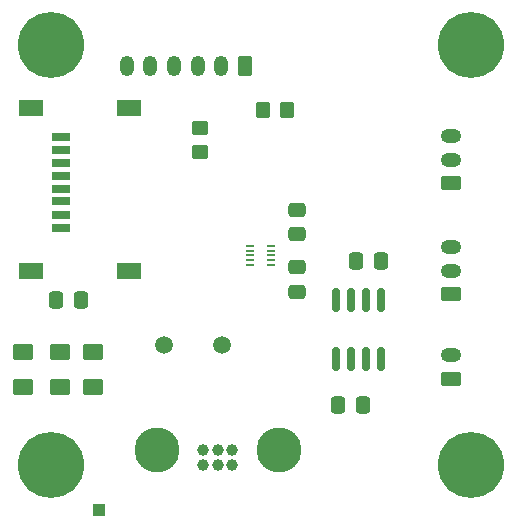
<source format=gbr>
%TF.GenerationSoftware,KiCad,Pcbnew,7.0.8*%
%TF.CreationDate,2024-04-09T20:43:08-04:00*%
%TF.ProjectId,vibBoard,76696242-6f61-4726-942e-6b696361645f,rev?*%
%TF.SameCoordinates,Original*%
%TF.FileFunction,Soldermask,Top*%
%TF.FilePolarity,Negative*%
%FSLAX46Y46*%
G04 Gerber Fmt 4.6, Leading zero omitted, Abs format (unit mm)*
G04 Created by KiCad (PCBNEW 7.0.8) date 2024-04-09 20:43:08*
%MOMM*%
%LPD*%
G01*
G04 APERTURE LIST*
G04 Aperture macros list*
%AMRoundRect*
0 Rectangle with rounded corners*
0 $1 Rounding radius*
0 $2 $3 $4 $5 $6 $7 $8 $9 X,Y pos of 4 corners*
0 Add a 4 corners polygon primitive as box body*
4,1,4,$2,$3,$4,$5,$6,$7,$8,$9,$2,$3,0*
0 Add four circle primitives for the rounded corners*
1,1,$1+$1,$2,$3*
1,1,$1+$1,$4,$5*
1,1,$1+$1,$6,$7*
1,1,$1+$1,$8,$9*
0 Add four rect primitives between the rounded corners*
20,1,$1+$1,$2,$3,$4,$5,0*
20,1,$1+$1,$4,$5,$6,$7,0*
20,1,$1+$1,$6,$7,$8,$9,0*
20,1,$1+$1,$8,$9,$2,$3,0*%
G04 Aperture macros list end*
%ADD10C,3.800000*%
%ADD11C,1.000000*%
%ADD12RoundRect,0.250000X0.350000X0.625000X-0.350000X0.625000X-0.350000X-0.625000X0.350000X-0.625000X0*%
%ADD13O,1.200000X1.750000*%
%ADD14R,0.762000X0.203200*%
%ADD15RoundRect,0.250000X0.625000X-0.350000X0.625000X0.350000X-0.625000X0.350000X-0.625000X-0.350000X0*%
%ADD16O,1.750000X1.200000*%
%ADD17C,5.600000*%
%ADD18RoundRect,0.250000X-0.337500X-0.475000X0.337500X-0.475000X0.337500X0.475000X-0.337500X0.475000X0*%
%ADD19RoundRect,0.250000X0.350000X0.450000X-0.350000X0.450000X-0.350000X-0.450000X0.350000X-0.450000X0*%
%ADD20RoundRect,0.250000X0.337500X0.475000X-0.337500X0.475000X-0.337500X-0.475000X0.337500X-0.475000X0*%
%ADD21RoundRect,0.250000X0.475000X-0.337500X0.475000X0.337500X-0.475000X0.337500X-0.475000X-0.337500X0*%
%ADD22RoundRect,0.250001X-0.624999X0.462499X-0.624999X-0.462499X0.624999X-0.462499X0.624999X0.462499X0*%
%ADD23R,1.000000X1.000000*%
%ADD24RoundRect,0.150000X-0.150000X0.825000X-0.150000X-0.825000X0.150000X-0.825000X0.150000X0.825000X0*%
%ADD25R,1.500000X0.800000*%
%ADD26R,2.000000X1.450000*%
%ADD27RoundRect,0.250000X-0.475000X0.337500X-0.475000X-0.337500X0.475000X-0.337500X0.475000X0.337500X0*%
%ADD28RoundRect,0.250000X0.450000X-0.350000X0.450000X0.350000X-0.450000X0.350000X-0.450000X-0.350000X0*%
%ADD29C,1.500000*%
G04 APERTURE END LIST*
D10*
%TO.C,J1*%
X142354000Y-132080000D03*
X152654000Y-132080000D03*
D11*
X148754000Y-132080000D03*
X147504000Y-132080000D03*
X146254000Y-132080000D03*
X148754000Y-133330000D03*
X147504000Y-133330000D03*
X146254000Y-133330000D03*
%TD*%
D12*
%TO.C,J7*%
X149809200Y-99517200D03*
D13*
X147809200Y-99517200D03*
X145809200Y-99517200D03*
X143809200Y-99517200D03*
X141809200Y-99517200D03*
X139809200Y-99517200D03*
%TD*%
D14*
%TO.C,U6*%
X152057100Y-116370001D03*
X152057100Y-115969999D03*
X152057100Y-115570000D03*
X152057100Y-115170001D03*
X152057100Y-114769999D03*
X150202900Y-114769999D03*
X150202900Y-115170001D03*
X150202900Y-115570000D03*
X150202900Y-115969999D03*
X150202900Y-116370001D03*
%TD*%
D15*
%TO.C,J5*%
X167222000Y-118856000D03*
D16*
X167222000Y-116856000D03*
X167222000Y-114856000D03*
%TD*%
D15*
%TO.C,J4*%
X167222000Y-126000000D03*
D16*
X167222000Y-124000000D03*
%TD*%
D17*
%TO.C,H3*%
X133350000Y-133350000D03*
%TD*%
D18*
%TO.C,C9*%
X133836500Y-119380000D03*
X135911500Y-119380000D03*
%TD*%
D19*
%TO.C,R14*%
X153333200Y-103276400D03*
X151333200Y-103276400D03*
%TD*%
D20*
%TO.C,C10*%
X159787500Y-128270000D03*
X157712500Y-128270000D03*
%TD*%
D21*
%TO.C,C8*%
X154178000Y-118639500D03*
X154178000Y-116564500D03*
%TD*%
D22*
%TO.C,D2*%
X134112000Y-123734500D03*
X134112000Y-126709500D03*
%TD*%
D23*
%TO.C,TP1*%
X137414000Y-137160000D03*
%TD*%
D15*
%TO.C,J6*%
X167222000Y-109458000D03*
D16*
X167222000Y-107458000D03*
X167222000Y-105458000D03*
%TD*%
D22*
%TO.C,D3*%
X130986000Y-123755000D03*
X130986000Y-126730000D03*
%TD*%
D17*
%TO.C,H1*%
X133350000Y-97790000D03*
%TD*%
D24*
%TO.C,U5*%
X161290000Y-119380000D03*
X160020000Y-119380000D03*
X158750000Y-119380000D03*
X157480000Y-119380000D03*
X157480000Y-124330000D03*
X158750000Y-124330000D03*
X160020000Y-124330000D03*
X161290000Y-124330000D03*
%TD*%
D25*
%TO.C,J3*%
X134254000Y-113204000D03*
X134254000Y-112104000D03*
X134254000Y-110994000D03*
X134254000Y-109904000D03*
X134264000Y-108804000D03*
X134254000Y-107704000D03*
X134254000Y-106604000D03*
X134254000Y-105504000D03*
D26*
X139954000Y-103124000D03*
X131654000Y-103124000D03*
X139954000Y-116874000D03*
X131654000Y-116874000D03*
%TD*%
D17*
%TO.C,H4*%
X168910000Y-133350000D03*
%TD*%
%TO.C,H2*%
X168910000Y-97790000D03*
%TD*%
D22*
%TO.C,D1*%
X136906000Y-123734500D03*
X136906000Y-126709500D03*
%TD*%
D27*
%TO.C,C7*%
X154178000Y-111717000D03*
X154178000Y-113792000D03*
%TD*%
D28*
%TO.C,R15*%
X146024600Y-106800400D03*
X146024600Y-104800400D03*
%TD*%
D20*
%TO.C,C12*%
X161311500Y-116078000D03*
X159236500Y-116078000D03*
%TD*%
D29*
%TO.C,Y1*%
X147828000Y-123190000D03*
X142948000Y-123190000D03*
%TD*%
M02*

</source>
